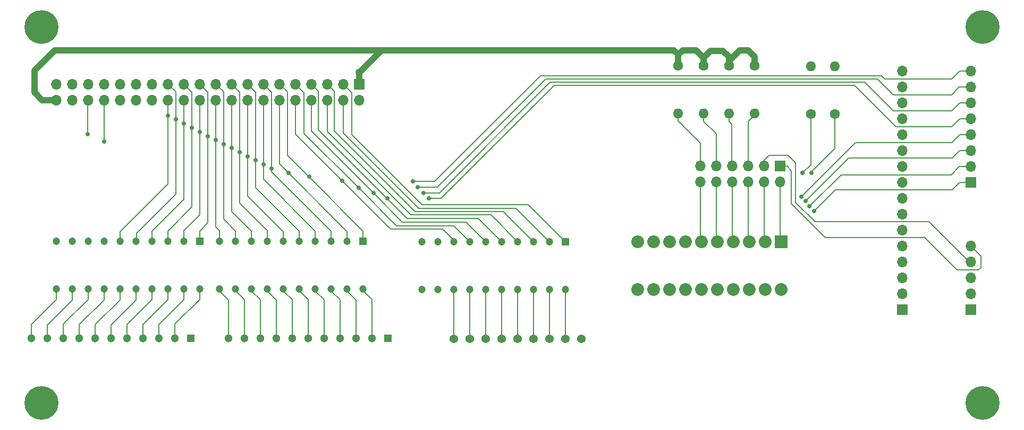
<source format=gbr>
%TF.GenerationSoftware,KiCad,Pcbnew,8.0.6*%
%TF.CreationDate,2024-12-15T17:57:45+01:00*%
%TF.ProjectId,debugboard,64656275-6762-46f6-9172-642e6b696361,rev?*%
%TF.SameCoordinates,Original*%
%TF.FileFunction,Copper,L1,Top*%
%TF.FilePolarity,Positive*%
%FSLAX46Y46*%
G04 Gerber Fmt 4.6, Leading zero omitted, Abs format (unit mm)*
G04 Created by KiCad (PCBNEW 8.0.6) date 2024-12-15 17:57:45*
%MOMM*%
%LPD*%
G01*
G04 APERTURE LIST*
%TA.AperFunction,ComponentPad*%
%ADD10C,3.100000*%
%TD*%
%TA.AperFunction,ConnectorPad*%
%ADD11C,5.400000*%
%TD*%
%TA.AperFunction,ComponentPad*%
%ADD12R,1.303000X1.303000*%
%TD*%
%TA.AperFunction,ComponentPad*%
%ADD13C,1.303000*%
%TD*%
%TA.AperFunction,ComponentPad*%
%ADD14C,1.365000*%
%TD*%
%TA.AperFunction,ComponentPad*%
%ADD15R,1.700000X1.700000*%
%TD*%
%TA.AperFunction,ComponentPad*%
%ADD16O,1.700000X1.700000*%
%TD*%
%TA.AperFunction,ComponentPad*%
%ADD17R,1.200000X1.200000*%
%TD*%
%TA.AperFunction,ComponentPad*%
%ADD18C,1.200000*%
%TD*%
%TA.AperFunction,ComponentPad*%
%ADD19C,1.600000*%
%TD*%
%TA.AperFunction,ComponentPad*%
%ADD20O,1.600000X1.600000*%
%TD*%
%TA.AperFunction,ComponentPad*%
%ADD21R,2.032000X2.032000*%
%TD*%
%TA.AperFunction,ComponentPad*%
%ADD22C,2.032000*%
%TD*%
%TA.AperFunction,ViaPad*%
%ADD23C,0.700000*%
%TD*%
%TA.AperFunction,Conductor*%
%ADD24C,0.200000*%
%TD*%
%TA.AperFunction,Conductor*%
%ADD25C,1.000000*%
%TD*%
G04 APERTURE END LIST*
D10*
%TO.P,hole1,1*%
%TO.N,N/C*%
X193900000Y-41000000D03*
D11*
X193900000Y-41000000D03*
%TD*%
D10*
%TO.P,hole1,1*%
%TO.N,N/C*%
X43900000Y-41000000D03*
D11*
X43900000Y-41000000D03*
%TD*%
D10*
%TO.P,hole1,1*%
%TO.N,N/C*%
X43900000Y-101000000D03*
D11*
X43900000Y-101000000D03*
%TD*%
D10*
%TO.P,hole1,1*%
%TO.N,N/C*%
X193900000Y-101000000D03*
D11*
X193900000Y-101000000D03*
%TD*%
D12*
%TO.P,RN3,1,1*%
%TO.N,GND*%
X67720000Y-90700000D03*
D13*
%TO.P,RN3,2,2*%
%TO.N,Net-(DS3-CATHODE_A)*%
X65180000Y-90700000D03*
%TO.P,RN3,3,3*%
%TO.N,Net-(DS3-CATHODE_B)*%
X62640000Y-90700000D03*
%TO.P,RN3,4,4*%
%TO.N,Net-(DS3-CATHODE_C)*%
X60100000Y-90700000D03*
%TO.P,RN3,5,5*%
%TO.N,Net-(DS3-CATHODE_D)*%
X57560000Y-90700000D03*
%TO.P,RN3,6,6*%
%TO.N,Net-(DS3-CATHODE_E)*%
X55020000Y-90700000D03*
%TO.P,RN3,7,7*%
%TO.N,Net-(DS3-CATHODE_F)*%
X52480000Y-90700000D03*
%TO.P,RN3,8,8*%
%TO.N,Net-(DS3-CATHODE_G)*%
X49940000Y-90700000D03*
%TO.P,RN3,9,9*%
%TO.N,Net-(DS3-CATHODE_H)*%
X47400000Y-90700000D03*
%TO.P,RN3,10,10*%
%TO.N,Net-(DS3-CATHODE_J)*%
X44860000Y-90700000D03*
%TO.P,RN3,11,11*%
%TO.N,Net-(DS3-CATHODE_K)*%
X42320000Y-90700000D03*
%TD*%
D12*
%TO.P,RN2,1,1*%
%TO.N,GND*%
X99100000Y-90700000D03*
D13*
%TO.P,RN2,2,2*%
%TO.N,Net-(DS2-CATHODE_A)*%
X96560000Y-90700000D03*
%TO.P,RN2,3,3*%
%TO.N,Net-(DS2-CATHODE_B)*%
X94020000Y-90700000D03*
%TO.P,RN2,4,4*%
%TO.N,Net-(DS2-CATHODE_C)*%
X91480000Y-90700000D03*
%TO.P,RN2,5,5*%
%TO.N,Net-(DS2-CATHODE_D)*%
X88940000Y-90700000D03*
%TO.P,RN2,6,6*%
%TO.N,Net-(DS2-CATHODE_E)*%
X86400000Y-90700000D03*
%TO.P,RN2,7,7*%
%TO.N,Net-(DS2-CATHODE_F)*%
X83860000Y-90700000D03*
%TO.P,RN2,8,8*%
%TO.N,Net-(DS2-CATHODE_G)*%
X81320000Y-90700000D03*
%TO.P,RN2,9,9*%
%TO.N,Net-(DS2-CATHODE_H)*%
X78780000Y-90700000D03*
%TO.P,RN2,10,10*%
%TO.N,Net-(DS2-CATHODE_J)*%
X76240000Y-90700000D03*
%TO.P,RN2,11,11*%
%TO.N,Net-(DS2-CATHODE_K)*%
X73700000Y-90700000D03*
%TD*%
D14*
%TO.P,RN1,1,1*%
%TO.N,GND*%
X129980000Y-90800000D03*
%TO.P,RN1,2,2*%
%TO.N,Net-(DS1-CATHODE_A)*%
X127440000Y-90800000D03*
%TO.P,RN1,3,3*%
%TO.N,Net-(DS1-CATHODE_B)*%
X124900000Y-90800000D03*
%TO.P,RN1,4,4*%
%TO.N,Net-(DS1-CATHODE_C)*%
X122360000Y-90800000D03*
%TO.P,RN1,5,5*%
%TO.N,Net-(DS1-CATHODE_D)*%
X119820000Y-90800000D03*
%TO.P,RN1,6,6*%
%TO.N,Net-(DS1-CATHODE_E)*%
X117280000Y-90800000D03*
%TO.P,RN1,7,7*%
%TO.N,Net-(DS1-CATHODE_F)*%
X114740000Y-90800000D03*
%TO.P,RN1,8,8*%
%TO.N,Net-(DS1-CATHODE_G)*%
X112200000Y-90800000D03*
%TO.P,RN1,9,9*%
%TO.N,Net-(DS1-CATHODE_H)*%
X109660000Y-90800000D03*
%TD*%
D15*
%TO.P,J4,1,Pin_1*%
%TO.N,GND*%
X192000000Y-86120000D03*
D16*
%TO.P,J4,2,Pin_2*%
%TO.N,BE*%
X192000000Y-83580000D03*
%TO.P,J4,3,Pin_3*%
%TO.N,RDY*%
X192000000Y-81040000D03*
%TO.P,J4,4,Pin_4*%
%TO.N,SYNC*%
X192000000Y-78500000D03*
%TO.P,J4,5,Pin_5*%
%TO.N,CLK*%
X192000000Y-75960000D03*
%TD*%
D17*
%TO.P,DS3,1,ANODE_A*%
%TO.N,/A10*%
X69130000Y-75190000D03*
D18*
%TO.P,DS3,2,ANODE_B*%
%TO.N,/A11*%
X66590000Y-75190000D03*
%TO.P,DS3,3,ANODE_C*%
%TO.N,/A12*%
X64050000Y-75190000D03*
%TO.P,DS3,4,ANODE_D*%
%TO.N,/A13*%
X61510000Y-75190000D03*
%TO.P,DS3,5,ANODE_E*%
%TO.N,/A14*%
X58970000Y-75190000D03*
%TO.P,DS3,6,ANODE_F*%
%TO.N,/A15*%
X56430000Y-75190000D03*
%TO.P,DS3,7,ANODE_G*%
%TO.N,unconnected-(DS3-ANODE_G-Pad7)*%
X53890000Y-75190000D03*
%TO.P,DS3,8,ANODE_H*%
%TO.N,unconnected-(DS3-ANODE_H-Pad8)*%
X51350000Y-75190000D03*
%TO.P,DS3,9,ANODE_J*%
%TO.N,unconnected-(DS3-ANODE_J-Pad9)*%
X48810000Y-75190000D03*
%TO.P,DS3,10,ANODE_K*%
%TO.N,unconnected-(DS3-ANODE_K-Pad10)*%
X46270000Y-75190000D03*
%TO.P,DS3,11,CATHODE_K*%
%TO.N,Net-(DS3-CATHODE_K)*%
X46270000Y-82810000D03*
%TO.P,DS3,12,CATHODE_J*%
%TO.N,Net-(DS3-CATHODE_J)*%
X48810000Y-82810000D03*
%TO.P,DS3,13,CATHODE_H*%
%TO.N,Net-(DS3-CATHODE_H)*%
X51350000Y-82810000D03*
%TO.P,DS3,14,CATHODE_G*%
%TO.N,Net-(DS3-CATHODE_G)*%
X53890000Y-82810000D03*
%TO.P,DS3,15,CATHODE_F*%
%TO.N,Net-(DS3-CATHODE_F)*%
X56430000Y-82810000D03*
%TO.P,DS3,16,CATHODE_E*%
%TO.N,Net-(DS3-CATHODE_E)*%
X58970000Y-82810000D03*
%TO.P,DS3,17,CATHODE_D*%
%TO.N,Net-(DS3-CATHODE_D)*%
X61510000Y-82810000D03*
%TO.P,DS3,18,CATHODE_C*%
%TO.N,Net-(DS3-CATHODE_C)*%
X64050000Y-82810000D03*
%TO.P,DS3,19,CATHODE_B*%
%TO.N,Net-(DS3-CATHODE_B)*%
X66590000Y-82810000D03*
%TO.P,DS3,20,CATHODE_A*%
%TO.N,Net-(DS3-CATHODE_A)*%
X69130000Y-82810000D03*
%TD*%
D17*
%TO.P,DS2,1,ANODE_A*%
%TO.N,/A0*%
X95180000Y-75200000D03*
D18*
%TO.P,DS2,2,ANODE_B*%
%TO.N,/A1*%
X92640000Y-75200000D03*
%TO.P,DS2,3,ANODE_C*%
%TO.N,/A2*%
X90100000Y-75200000D03*
%TO.P,DS2,4,ANODE_D*%
%TO.N,/A3*%
X87560000Y-75200000D03*
%TO.P,DS2,5,ANODE_E*%
%TO.N,/A4*%
X85020000Y-75200000D03*
%TO.P,DS2,6,ANODE_F*%
%TO.N,/A5*%
X82480000Y-75200000D03*
%TO.P,DS2,7,ANODE_G*%
%TO.N,/A6*%
X79940000Y-75200000D03*
%TO.P,DS2,8,ANODE_H*%
%TO.N,/A7*%
X77400000Y-75200000D03*
%TO.P,DS2,9,ANODE_J*%
%TO.N,/A8*%
X74860000Y-75200000D03*
%TO.P,DS2,10,ANODE_K*%
%TO.N,/A9*%
X72320000Y-75200000D03*
%TO.P,DS2,11,CATHODE_K*%
%TO.N,Net-(DS2-CATHODE_K)*%
X72320000Y-82820000D03*
%TO.P,DS2,12,CATHODE_J*%
%TO.N,Net-(DS2-CATHODE_J)*%
X74860000Y-82820000D03*
%TO.P,DS2,13,CATHODE_H*%
%TO.N,Net-(DS2-CATHODE_H)*%
X77400000Y-82820000D03*
%TO.P,DS2,14,CATHODE_G*%
%TO.N,Net-(DS2-CATHODE_G)*%
X79940000Y-82820000D03*
%TO.P,DS2,15,CATHODE_F*%
%TO.N,Net-(DS2-CATHODE_F)*%
X82480000Y-82820000D03*
%TO.P,DS2,16,CATHODE_E*%
%TO.N,Net-(DS2-CATHODE_E)*%
X85020000Y-82820000D03*
%TO.P,DS2,17,CATHODE_D*%
%TO.N,Net-(DS2-CATHODE_D)*%
X87560000Y-82820000D03*
%TO.P,DS2,18,CATHODE_C*%
%TO.N,Net-(DS2-CATHODE_C)*%
X90100000Y-82820000D03*
%TO.P,DS2,19,CATHODE_B*%
%TO.N,Net-(DS2-CATHODE_B)*%
X92640000Y-82820000D03*
%TO.P,DS2,20,CATHODE_A*%
%TO.N,Net-(DS2-CATHODE_A)*%
X95180000Y-82820000D03*
%TD*%
D17*
%TO.P,DS1,1,ANODE_A*%
%TO.N,/D0*%
X127430000Y-75290000D03*
D18*
%TO.P,DS1,2,ANODE_B*%
%TO.N,/D1*%
X124890000Y-75290000D03*
%TO.P,DS1,3,ANODE_C*%
%TO.N,/D2*%
X122350000Y-75290000D03*
%TO.P,DS1,4,ANODE_D*%
%TO.N,/D3*%
X119810000Y-75290000D03*
%TO.P,DS1,5,ANODE_E*%
%TO.N,/D4*%
X117270000Y-75290000D03*
%TO.P,DS1,6,ANODE_F*%
%TO.N,/D5*%
X114730000Y-75290000D03*
%TO.P,DS1,7,ANODE_G*%
%TO.N,/D6*%
X112190000Y-75290000D03*
%TO.P,DS1,8,ANODE_H*%
%TO.N,/D7*%
X109650000Y-75290000D03*
%TO.P,DS1,9,ANODE_J*%
%TO.N,unconnected-(DS1-ANODE_J-Pad9)*%
X107110000Y-75290000D03*
%TO.P,DS1,10,ANODE_K*%
%TO.N,unconnected-(DS1-ANODE_K-Pad10)*%
X104570000Y-75290000D03*
%TO.P,DS1,11,CATHODE_K*%
%TO.N,unconnected-(DS1-CATHODE_K-Pad11)*%
X104570000Y-82910000D03*
%TO.P,DS1,12,CATHODE_J*%
%TO.N,unconnected-(DS1-CATHODE_J-Pad12)*%
X107110000Y-82910000D03*
%TO.P,DS1,13,CATHODE_H*%
%TO.N,Net-(DS1-CATHODE_H)*%
X109650000Y-82910000D03*
%TO.P,DS1,14,CATHODE_G*%
%TO.N,Net-(DS1-CATHODE_G)*%
X112190000Y-82910000D03*
%TO.P,DS1,15,CATHODE_F*%
%TO.N,Net-(DS1-CATHODE_F)*%
X114730000Y-82910000D03*
%TO.P,DS1,16,CATHODE_E*%
%TO.N,Net-(DS1-CATHODE_E)*%
X117270000Y-82910000D03*
%TO.P,DS1,17,CATHODE_D*%
%TO.N,Net-(DS1-CATHODE_D)*%
X119810000Y-82910000D03*
%TO.P,DS1,18,CATHODE_C*%
%TO.N,Net-(DS1-CATHODE_C)*%
X122350000Y-82910000D03*
%TO.P,DS1,19,CATHODE_B*%
%TO.N,Net-(DS1-CATHODE_B)*%
X124890000Y-82910000D03*
%TO.P,DS1,20,CATHODE_A*%
%TO.N,Net-(DS1-CATHODE_A)*%
X127430000Y-82910000D03*
%TD*%
D16*
%TO.P,J5,12,Pin_12*%
%TO.N,Net-(J5-Pin_12)*%
X148897500Y-65722500D03*
%TO.P,J5,11,Pin_11*%
%TO.N,Net-(J5-Pin_11)*%
X148897500Y-63182500D03*
%TO.P,J5,10,Pin_10*%
%TO.N,Net-(J5-Pin_10)*%
X151437500Y-65722500D03*
%TO.P,J5,9,Pin_9*%
%TO.N,Net-(J5-Pin_9)*%
X151437500Y-63182500D03*
%TO.P,J5,8,Pin_8*%
%TO.N,Net-(J5-Pin_8)*%
X153977500Y-65722500D03*
%TO.P,J5,7,Pin_7*%
%TO.N,Net-(J5-Pin_7)*%
X153977500Y-63182500D03*
%TO.P,J5,6,Pin_6*%
%TO.N,Net-(J5-Pin_6)*%
X156517500Y-65722500D03*
%TO.P,J5,5,Pin_5*%
%TO.N,Net-(J5-Pin_5)*%
X156517500Y-63182500D03*
%TO.P,J5,4,Pin_4*%
%TO.N,Net-(J5-Pin_4)*%
X159057500Y-65722500D03*
%TO.P,J5,3,Pin_3*%
%TO.N,SYNC*%
X159057500Y-63182500D03*
%TO.P,J5,2,Pin_2*%
%TO.N,Net-(J5-Pin_2)*%
X161597500Y-65722500D03*
D15*
%TO.P,J5,1,Pin_1*%
%TO.N,CLK*%
X161597500Y-63182500D03*
%TD*%
D19*
%TO.P,R6,1*%
%TO.N,VDD*%
X145367500Y-47172500D03*
D20*
%TO.P,R6,2*%
%TO.N,Net-(J5-Pin_11)*%
X145367500Y-54792500D03*
%TD*%
D19*
%TO.P,R5,1*%
%TO.N,VDD*%
X149417500Y-47172500D03*
D20*
%TO.P,R5,2*%
%TO.N,Net-(J5-Pin_9)*%
X149417500Y-54792500D03*
%TD*%
D19*
%TO.P,R4,1*%
%TO.N,VDD*%
X153467500Y-47172500D03*
D20*
%TO.P,R4,2*%
%TO.N,Net-(J5-Pin_7)*%
X153467500Y-54792500D03*
%TD*%
D19*
%TO.P,R3,1*%
%TO.N,VDD*%
X157517500Y-47172500D03*
D20*
%TO.P,R3,2*%
%TO.N,Net-(J5-Pin_5)*%
X157517500Y-54792500D03*
%TD*%
%TO.P,R2,2*%
%TO.N,GND*%
X166517500Y-47272500D03*
D19*
%TO.P,R2,1*%
%TO.N,Net-(BAR1-K-Pad19)*%
X166517500Y-54892500D03*
%TD*%
D20*
%TO.P,R1,2*%
%TO.N,GND*%
X170317500Y-47272500D03*
D19*
%TO.P,R1,1*%
%TO.N,Net-(BAR1-K-Pad20)*%
X170317500Y-54892500D03*
%TD*%
D21*
%TO.P,BAR1,1,A*%
%TO.N,Net-(J5-Pin_2)*%
X161740000Y-75280000D03*
D22*
%TO.P,BAR1,2,A*%
%TO.N,Net-(J5-Pin_4)*%
X159200000Y-75280000D03*
%TO.P,BAR1,3,A*%
%TO.N,Net-(J5-Pin_6)*%
X156660000Y-75280000D03*
%TO.P,BAR1,4,A*%
%TO.N,Net-(J5-Pin_8)*%
X154120000Y-75280000D03*
%TO.P,BAR1,5,A*%
%TO.N,Net-(J5-Pin_10)*%
X151580000Y-75280000D03*
%TO.P,BAR1,6,A*%
%TO.N,Net-(J5-Pin_12)*%
X149040000Y-75280000D03*
%TO.P,BAR1,7,A*%
%TO.N,unconnected-(BAR1-A-Pad7)*%
X146500000Y-75280000D03*
%TO.P,BAR1,8,A*%
%TO.N,unconnected-(BAR1-A-Pad8)*%
X143960000Y-75280000D03*
%TO.P,BAR1,9,A*%
%TO.N,unconnected-(BAR1-A-Pad9)*%
X141420000Y-75280000D03*
%TO.P,BAR1,10,A*%
%TO.N,unconnected-(BAR1-A-Pad10)*%
X138880000Y-75280000D03*
%TO.P,BAR1,11,K*%
%TO.N,unconnected-(BAR1-K-Pad11)*%
X138880000Y-82900000D03*
%TO.P,BAR1,12,K*%
%TO.N,unconnected-(BAR1-K-Pad12)*%
X141420000Y-82900000D03*
%TO.P,BAR1,13,K*%
%TO.N,unconnected-(BAR1-K-Pad13)*%
X143960000Y-82900000D03*
%TO.P,BAR1,14,K*%
%TO.N,unconnected-(BAR1-K-Pad14)*%
X146500000Y-82900000D03*
%TO.P,BAR1,15,K*%
%TO.N,RESB*%
X149040000Y-82900000D03*
%TO.P,BAR1,16,K*%
%TO.N,BE*%
X151580000Y-82900000D03*
%TO.P,BAR1,17,K*%
%TO.N,~{NMI}*%
X154120000Y-82900000D03*
%TO.P,BAR1,18,K*%
%TO.N,~{IRQ}*%
X156660000Y-82900000D03*
%TO.P,BAR1,19,K*%
%TO.N,Net-(BAR1-K-Pad19)*%
X159200000Y-82900000D03*
%TO.P,BAR1,20,K*%
%TO.N,Net-(BAR1-K-Pad20)*%
X161740000Y-82900000D03*
%TD*%
D16*
%TO.P,J3,8,Pin_8*%
%TO.N,/D7*%
X192000000Y-48040000D03*
%TO.P,J3,7,Pin_7*%
%TO.N,/D6*%
X192000000Y-50580000D03*
%TO.P,J3,6,Pin_6*%
%TO.N,/D5*%
X192000000Y-53120000D03*
%TO.P,J3,5,Pin_5*%
%TO.N,/D4*%
X192000000Y-55660000D03*
%TO.P,J3,4,Pin_4*%
%TO.N,/D3*%
X192000000Y-58200000D03*
%TO.P,J3,3,Pin_3*%
%TO.N,/D2*%
X192000000Y-60740000D03*
%TO.P,J3,2,Pin_2*%
%TO.N,/D1*%
X192000000Y-63280000D03*
D15*
%TO.P,J3,1,Pin_1*%
%TO.N,/D0*%
X192000000Y-65820000D03*
%TD*%
%TO.P,J2,1,Pin_1*%
%TO.N,/A0*%
X181100000Y-86120000D03*
D16*
%TO.P,J2,2,Pin_2*%
%TO.N,/A1*%
X181100000Y-83580000D03*
%TO.P,J2,3,Pin_3*%
%TO.N,/A2*%
X181100000Y-81040000D03*
%TO.P,J2,4,Pin_4*%
%TO.N,/A3*%
X181100000Y-78500000D03*
%TO.P,J2,5,Pin_5*%
%TO.N,/A4*%
X181100000Y-75960000D03*
%TO.P,J2,6,Pin_6*%
%TO.N,/A5*%
X181100000Y-73420000D03*
%TO.P,J2,7,Pin_7*%
%TO.N,/A6*%
X181100000Y-70880000D03*
%TO.P,J2,8,Pin_8*%
%TO.N,/A7*%
X181100000Y-68340000D03*
%TO.P,J2,9,Pin_9*%
%TO.N,/A8*%
X181100000Y-65800000D03*
%TO.P,J2,10,Pin_10*%
%TO.N,/A9*%
X181100000Y-63260000D03*
%TO.P,J2,11,Pin_11*%
%TO.N,/A10*%
X181100000Y-60720000D03*
%TO.P,J2,12,Pin_12*%
%TO.N,/A11*%
X181100000Y-58180000D03*
%TO.P,J2,13,Pin_13*%
%TO.N,/A12*%
X181100000Y-55640000D03*
%TO.P,J2,14,Pin_14*%
%TO.N,/A13*%
X181100000Y-53100000D03*
%TO.P,J2,15,Pin_15*%
%TO.N,/A14*%
X181100000Y-50560000D03*
%TO.P,J2,16,Pin_16*%
%TO.N,/A15*%
X181100000Y-48020000D03*
%TD*%
D15*
%TO.P,J1,1,Pin_1*%
%TO.N,VDD*%
X94540000Y-50100000D03*
D16*
%TO.P,J1,2,Pin_2*%
%TO.N,GND*%
X94540000Y-52640000D03*
%TO.P,J1,3,Pin_3*%
%TO.N,/D0*%
X92000000Y-50100000D03*
%TO.P,J1,4,Pin_4*%
%TO.N,/D1*%
X92000000Y-52640000D03*
%TO.P,J1,5,Pin_5*%
%TO.N,/D2*%
X89460000Y-50100000D03*
%TO.P,J1,6,Pin_6*%
%TO.N,/D3*%
X89460000Y-52640000D03*
%TO.P,J1,7,Pin_7*%
%TO.N,/D4*%
X86920000Y-50100000D03*
%TO.P,J1,8,Pin_8*%
%TO.N,/D5*%
X86920000Y-52640000D03*
%TO.P,J1,9,Pin_9*%
%TO.N,/D6*%
X84380000Y-50100000D03*
%TO.P,J1,10,Pin_10*%
%TO.N,/D7*%
X84380000Y-52640000D03*
%TO.P,J1,11,Pin_11*%
%TO.N,/A0*%
X81840000Y-50100000D03*
%TO.P,J1,12,Pin_12*%
%TO.N,/A1*%
X81840000Y-52640000D03*
%TO.P,J1,13,Pin_13*%
%TO.N,/A2*%
X79300000Y-50100000D03*
%TO.P,J1,14,Pin_14*%
%TO.N,/A3*%
X79300000Y-52640000D03*
%TO.P,J1,15,Pin_15*%
%TO.N,/A4*%
X76760000Y-50100000D03*
%TO.P,J1,16,Pin_16*%
%TO.N,/A5*%
X76760000Y-52640000D03*
%TO.P,J1,17,Pin_17*%
%TO.N,/A6*%
X74220000Y-50100000D03*
%TO.P,J1,18,Pin_18*%
%TO.N,/A7*%
X74220000Y-52640000D03*
%TO.P,J1,19,Pin_19*%
%TO.N,/A8*%
X71680000Y-50100000D03*
%TO.P,J1,20,Pin_20*%
%TO.N,/A9*%
X71680000Y-52640000D03*
%TO.P,J1,21,Pin_21*%
%TO.N,/A10*%
X69140000Y-50100000D03*
%TO.P,J1,22,Pin_22*%
%TO.N,/A11*%
X69140000Y-52640000D03*
%TO.P,J1,23,Pin_23*%
%TO.N,/A12*%
X66600000Y-50100000D03*
%TO.P,J1,24,Pin_24*%
%TO.N,/A13*%
X66600000Y-52640000D03*
%TO.P,J1,25,Pin_25*%
%TO.N,/A14*%
X64060000Y-50100000D03*
%TO.P,J1,26,Pin_26*%
%TO.N,/A15*%
X64060000Y-52640000D03*
%TO.P,J1,27,Pin_27*%
%TO.N,CSIO1*%
X61520000Y-50100000D03*
%TO.P,J1,28,Pin_28*%
%TO.N,CSIO2*%
X61520000Y-52640000D03*
%TO.P,J1,29,Pin_29*%
%TO.N,CSIO3*%
X58980000Y-50100000D03*
%TO.P,J1,30,Pin_30*%
%TO.N,CSIO4*%
X58980000Y-52640000D03*
%TO.P,J1,31,Pin_31*%
%TO.N,~{IRQ}*%
X56440000Y-50100000D03*
%TO.P,J1,32,Pin_32*%
%TO.N,~{NMI}*%
X56440000Y-52640000D03*
%TO.P,J1,33,Pin_33*%
%TO.N,RESB*%
X53900000Y-50100000D03*
%TO.P,J1,34,Pin_34*%
%TO.N,RDY*%
X53900000Y-52640000D03*
%TO.P,J1,35,Pin_35*%
%TO.N,SYNC*%
X51360000Y-50100000D03*
%TO.P,J1,36,Pin_36*%
%TO.N,BE*%
X51360000Y-52640000D03*
%TO.P,J1,37,Pin_37*%
%TO.N,CSIO5*%
X48820000Y-50100000D03*
%TO.P,J1,38,Pin_38*%
%TO.N,CLK*%
X48820000Y-52640000D03*
%TO.P,J1,39,Pin_39*%
%TO.N,GND*%
X46280000Y-50100000D03*
%TO.P,J1,40,Pin_40*%
%TO.N,VDD*%
X46280000Y-52640000D03*
%TD*%
D23*
%TO.N,BE*%
X51300000Y-58100000D03*
%TO.N,RDY*%
X53900000Y-59300000D03*
%TO.N,Net-(BAR1-K-Pad19)*%
X165200000Y-64300000D03*
%TO.N,Net-(BAR1-K-Pad20)*%
X166600000Y-64300000D03*
%TO.N,/D0*%
X167000000Y-70400000D03*
%TO.N,/D1*%
X166300000Y-69600000D03*
%TO.N,/D2*%
X165700000Y-68800000D03*
%TO.N,/D3*%
X165000000Y-68100000D03*
%TO.N,/D4*%
X99000000Y-68300000D03*
X105600000Y-68300000D03*
%TO.N,/D5*%
X96800000Y-67500000D03*
X104800000Y-67500000D03*
%TO.N,/D6*%
X94450000Y-66650000D03*
X103900000Y-66600000D03*
%TO.N,/D7*%
X91850000Y-65550000D03*
X103100000Y-65600000D03*
%TO.N,/A0*%
X86570000Y-64890000D03*
%TO.N,/A1*%
X83260000Y-64240000D03*
%TO.N,/A2*%
X80570000Y-63590000D03*
%TO.N,/A3*%
X79300000Y-62940000D03*
%TO.N,/A4*%
X78040000Y-62280000D03*
%TO.N,/A5*%
X76760000Y-61630000D03*
%TO.N,/A6*%
X75500000Y-60980000D03*
%TO.N,/A7*%
X74220000Y-60330000D03*
%TO.N,/A8*%
X72920000Y-59680000D03*
%TO.N,/A9*%
X71700000Y-59030000D03*
%TO.N,/A10*%
X70430000Y-58390000D03*
%TO.N,/A11*%
X69140000Y-57720000D03*
%TO.N,/A12*%
X67880000Y-57050000D03*
%TO.N,/A15*%
X64060000Y-55100000D03*
%TO.N,/A13*%
X66600000Y-56380000D03*
%TO.N,/A14*%
X65310000Y-55750000D03*
%TD*%
D24*
%TO.N,BE*%
X51300000Y-52700000D02*
X51360000Y-52640000D01*
X51300000Y-58100000D02*
X51300000Y-52700000D01*
%TO.N,RDY*%
X53900000Y-59300000D02*
X53900000Y-52640000D01*
%TO.N,CLK*%
X162682500Y-63182500D02*
X161597500Y-63182500D01*
X163400000Y-63900000D02*
X162682500Y-63182500D01*
X168800000Y-74600000D02*
X163400000Y-69200000D01*
X163400000Y-69200000D02*
X163400000Y-63900000D01*
X184600000Y-74600000D02*
X168800000Y-74600000D01*
X193200000Y-79800000D02*
X189800000Y-79800000D01*
X189800000Y-79800000D02*
X184600000Y-74600000D01*
X193600000Y-79400000D02*
X193200000Y-79800000D01*
X193600000Y-77560000D02*
X193600000Y-79400000D01*
X192000000Y-75960000D02*
X193600000Y-77560000D01*
%TO.N,SYNC*%
X164100000Y-69000000D02*
X164100000Y-62700000D01*
X167200000Y-72100000D02*
X164100000Y-69000000D01*
X162900000Y-61500000D02*
X159800000Y-61500000D01*
X159057500Y-62242500D02*
X159057500Y-63182500D01*
X185300000Y-72100000D02*
X167200000Y-72100000D01*
X164100000Y-62700000D02*
X162900000Y-61500000D01*
X159800000Y-61500000D02*
X159057500Y-62242500D01*
X191900000Y-78700000D02*
X185300000Y-72100000D01*
%TO.N,Net-(BAR1-K-Pad20)*%
X170317500Y-60382500D02*
X170317500Y-54892500D01*
X166600000Y-64100000D02*
X170317500Y-60382500D01*
X166600000Y-64300000D02*
X166600000Y-64100000D01*
%TO.N,Net-(BAR1-K-Pad19)*%
X166517500Y-62982500D02*
X166517500Y-54892500D01*
X165200000Y-64300000D02*
X166517500Y-62982500D01*
D25*
%TO.N,VDD*%
X46000000Y-44700000D02*
X42800000Y-47900000D01*
X98100000Y-44700000D02*
X46000000Y-44700000D01*
X148235000Y-44700000D02*
X149417500Y-45882500D01*
X146100000Y-44700000D02*
X148235000Y-44700000D01*
X145367500Y-45432500D02*
X146100000Y-44700000D01*
X152500000Y-44800000D02*
X153467500Y-45767500D01*
X150500000Y-44800000D02*
X152500000Y-44800000D01*
X149417500Y-45882500D02*
X150500000Y-44800000D01*
X153467500Y-45767500D02*
X153467500Y-47172500D01*
X149417500Y-47172500D02*
X149417500Y-45882500D01*
X155200000Y-44700000D02*
X153467500Y-46432500D01*
X153467500Y-46432500D02*
X153467500Y-47172500D01*
X157517500Y-45717500D02*
X156500000Y-44700000D01*
X156500000Y-44700000D02*
X155200000Y-44700000D01*
X157517500Y-47172500D02*
X157517500Y-45717500D01*
X145400000Y-45400000D02*
X145367500Y-45432500D01*
X98100000Y-44700000D02*
X144700000Y-44700000D01*
X94600000Y-48200000D02*
X98100000Y-44700000D01*
X144700000Y-44700000D02*
X145400000Y-45400000D01*
X94500000Y-48200000D02*
X94600000Y-48200000D01*
X94540000Y-48240000D02*
X94500000Y-48200000D01*
X94540000Y-50100000D02*
X94540000Y-48240000D01*
X145367500Y-45432500D02*
X145367500Y-47172500D01*
X42800000Y-47900000D02*
X42800000Y-51400000D01*
X46280000Y-52640000D02*
X44040000Y-52640000D01*
X44040000Y-52640000D02*
X42800000Y-51400000D01*
D24*
%TO.N,/D4*%
X113510000Y-71530000D02*
X117270000Y-75290000D01*
X102182500Y-71530000D02*
X113510000Y-71530000D01*
X88070000Y-57417500D02*
X102182500Y-71530000D01*
X86920000Y-50100000D02*
X88070000Y-51250000D01*
X88070000Y-51250000D02*
X88070000Y-57417500D01*
%TO.N,/D5*%
X86920000Y-57620000D02*
X86920000Y-52640000D01*
X96800000Y-67500000D02*
X86920000Y-57620000D01*
X101410000Y-72110000D02*
X111550000Y-72110000D01*
X111550000Y-72110000D02*
X114730000Y-75290000D01*
X96800000Y-67500000D02*
X101410000Y-72110000D01*
%TO.N,/D6*%
X94450000Y-66650000D02*
X100510000Y-72710000D01*
X85770000Y-51490000D02*
X84380000Y-50100000D01*
X100510000Y-72710000D02*
X109610000Y-72710000D01*
X85770000Y-57970000D02*
X85770000Y-51490000D01*
X94450000Y-66650000D02*
X85770000Y-57970000D01*
X109610000Y-72710000D02*
X112190000Y-75290000D01*
X190170000Y-50580000D02*
X192000000Y-50580000D01*
X188920000Y-51830000D02*
X190170000Y-50580000D01*
X179630000Y-51830000D02*
X188920000Y-51830000D01*
X177100000Y-49300000D02*
X179630000Y-51830000D01*
X124300000Y-49300000D02*
X177100000Y-49300000D01*
X103900000Y-66600000D02*
X107000000Y-66600000D01*
X107000000Y-66600000D02*
X124300000Y-49300000D01*
%TO.N,/D7*%
X107850000Y-73250000D02*
X99550000Y-73250000D01*
X84380000Y-58080000D02*
X84380000Y-52640000D01*
X109650000Y-75050000D02*
X107850000Y-73250000D01*
X109650000Y-75290000D02*
X109650000Y-75050000D01*
X99550000Y-73250000D02*
X84380000Y-58080000D01*
%TO.N,/D3*%
X115510000Y-70990000D02*
X119810000Y-75290000D01*
X102790000Y-70990000D02*
X115510000Y-70990000D01*
X89460000Y-57660000D02*
X102790000Y-70990000D01*
X89460000Y-52640000D02*
X89460000Y-57660000D01*
%TO.N,/D2*%
X117510000Y-70450000D02*
X122350000Y-75290000D01*
X90610000Y-51250000D02*
X90610000Y-57610000D01*
X89460000Y-50100000D02*
X90610000Y-51250000D01*
X90610000Y-57610000D02*
X103450000Y-70450000D01*
X103450000Y-70450000D02*
X117510000Y-70450000D01*
%TO.N,/D1*%
X104020000Y-69920000D02*
X119520000Y-69920000D01*
X92000000Y-57900000D02*
X104020000Y-69920000D01*
X92000000Y-52640000D02*
X92000000Y-57900000D01*
X119520000Y-69920000D02*
X124890000Y-75290000D01*
%TO.N,/D0*%
X93390000Y-58190000D02*
X104520000Y-69320000D01*
X121460000Y-69320000D02*
X127430000Y-75290000D01*
X93390000Y-51490000D02*
X93390000Y-58190000D01*
X104520000Y-69320000D02*
X121460000Y-69320000D01*
X92000000Y-50100000D02*
X93390000Y-51490000D01*
%TO.N,/D4*%
X188960000Y-56940000D02*
X190240000Y-55660000D01*
X190240000Y-55660000D02*
X192000000Y-55660000D01*
X180090000Y-56940000D02*
X188960000Y-56940000D01*
X125590000Y-50310000D02*
X173460000Y-50310000D01*
X105600000Y-68300000D02*
X107600000Y-68300000D01*
X173460000Y-50310000D02*
X180090000Y-56940000D01*
X107600000Y-68300000D02*
X125590000Y-50310000D01*
%TO.N,/D5*%
X190210000Y-53120000D02*
X192000000Y-53120000D01*
X188950000Y-54380000D02*
X190210000Y-53120000D01*
X179610000Y-54380000D02*
X188950000Y-54380000D01*
X175050000Y-49820000D02*
X179610000Y-54380000D01*
X124980000Y-49820000D02*
X175050000Y-49820000D01*
X107300000Y-67500000D02*
X124980000Y-49820000D01*
X104800000Y-67500000D02*
X107300000Y-67500000D01*
%TO.N,/D7*%
X190240000Y-48040000D02*
X192000000Y-48040000D01*
X178290000Y-49310000D02*
X188970000Y-49310000D01*
X177780000Y-48800000D02*
X178290000Y-49310000D01*
X123400000Y-48800000D02*
X177780000Y-48800000D01*
X106600000Y-65600000D02*
X123400000Y-48800000D01*
X188970000Y-49310000D02*
X190240000Y-48040000D01*
X103100000Y-65600000D02*
X106600000Y-65600000D01*
%TO.N,/A0*%
X95180000Y-73580000D02*
X95180000Y-75200000D01*
X86570000Y-64970000D02*
X95180000Y-73580000D01*
X83100000Y-51360000D02*
X81840000Y-50100000D01*
X86570000Y-64890000D02*
X86570000Y-64970000D01*
X83100000Y-61500000D02*
X83100000Y-51360000D01*
X86490000Y-64890000D02*
X83100000Y-61500000D01*
X86570000Y-64890000D02*
X86490000Y-64890000D01*
%TO.N,/A2*%
X90100000Y-73600000D02*
X90100000Y-75200000D01*
X80570000Y-64070000D02*
X90100000Y-73600000D01*
X80570000Y-63590000D02*
X80570000Y-64070000D01*
X80570000Y-51370000D02*
X79300000Y-50100000D01*
X80570000Y-63590000D02*
X80570000Y-51370000D01*
%TO.N,/A3*%
X87560000Y-73560000D02*
X87560000Y-75200000D01*
X79300000Y-65300000D02*
X87560000Y-73560000D01*
X79300000Y-62940000D02*
X79300000Y-65300000D01*
X79300000Y-62940000D02*
X79300000Y-52640000D01*
%TO.N,/A4*%
X85020000Y-73620000D02*
X85020000Y-75200000D01*
X78040000Y-66640000D02*
X85020000Y-73620000D01*
X78040000Y-62280000D02*
X78040000Y-66640000D01*
X78040000Y-51380000D02*
X76760000Y-50100000D01*
X78040000Y-62280000D02*
X78040000Y-51380000D01*
%TO.N,/A6*%
X79940000Y-73540000D02*
X79940000Y-75200000D01*
X75500000Y-69100000D02*
X79940000Y-73540000D01*
X75500000Y-60980000D02*
X75500000Y-69100000D01*
X75500000Y-60980000D02*
X75500000Y-51380000D01*
X75500000Y-51380000D02*
X74220000Y-50100000D01*
%TO.N,/A7*%
X77400000Y-73600000D02*
X77400000Y-75200000D01*
X74220000Y-70420000D02*
X77400000Y-73600000D01*
X74220000Y-60330000D02*
X74220000Y-70420000D01*
X74220000Y-60330000D02*
X74220000Y-52640000D01*
%TO.N,/A8*%
X72920000Y-51340000D02*
X71680000Y-50100000D01*
X72920000Y-59680000D02*
X72920000Y-51340000D01*
X74860000Y-73560000D02*
X74860000Y-75200000D01*
X72920000Y-71620000D02*
X74860000Y-73560000D01*
X72920000Y-59680000D02*
X72920000Y-71620000D01*
%TO.N,/A9*%
X71700000Y-72900000D02*
X72320000Y-73520000D01*
X71700000Y-59030000D02*
X71700000Y-72900000D01*
X71700000Y-52660000D02*
X71680000Y-52640000D01*
X71700000Y-59030000D02*
X71700000Y-52660000D01*
X72320000Y-73520000D02*
X72320000Y-75200000D01*
%TO.N,/A10*%
X69130000Y-73570000D02*
X69130000Y-75190000D01*
X70430000Y-72270000D02*
X69130000Y-73570000D01*
X70430000Y-51390000D02*
X69140000Y-50100000D01*
X70430000Y-58390000D02*
X70430000Y-72270000D01*
X70430000Y-58390000D02*
X70430000Y-51390000D01*
%TO.N,/A11*%
X66590000Y-73510000D02*
X66590000Y-75190000D01*
X69140000Y-70960000D02*
X66590000Y-73510000D01*
X69140000Y-57720000D02*
X69140000Y-70960000D01*
X69140000Y-57720000D02*
X69140000Y-52640000D01*
%TO.N,/A12*%
X64050000Y-73550000D02*
X64050000Y-75190000D01*
X67880000Y-69720000D02*
X64050000Y-73550000D01*
X67880000Y-57050000D02*
X67880000Y-69720000D01*
X67880000Y-57050000D02*
X67880000Y-51380000D01*
X67880000Y-51380000D02*
X66600000Y-50100000D01*
%TO.N,/A13*%
X66600000Y-56380000D02*
X66600000Y-52640000D01*
X66600000Y-56380000D02*
X66600000Y-68500000D01*
X66600000Y-68500000D02*
X61510000Y-73590000D01*
X61510000Y-73590000D02*
X61510000Y-75190000D01*
%TO.N,/A14*%
X59100000Y-75060000D02*
X58970000Y-75190000D01*
X59100000Y-73900000D02*
X59100000Y-75060000D01*
X65310000Y-67690000D02*
X59100000Y-73900000D01*
X65310000Y-51350000D02*
X64060000Y-50100000D01*
X65310000Y-55750000D02*
X65310000Y-51350000D01*
X65310000Y-55750000D02*
X65310000Y-67690000D01*
%TO.N,/A15*%
X56430000Y-73670000D02*
X56430000Y-75190000D01*
X64060000Y-66040000D02*
X56430000Y-73670000D01*
X64060000Y-55100000D02*
X64060000Y-66040000D01*
X64060000Y-55100000D02*
X64060000Y-52640000D01*
%TO.N,/D3*%
X173640000Y-59460000D02*
X165000000Y-68100000D01*
X188960000Y-59460000D02*
X173640000Y-59460000D01*
X190220000Y-58200000D02*
X188960000Y-59460000D01*
X192000000Y-58200000D02*
X190220000Y-58200000D01*
%TO.N,/D2*%
X172530000Y-61940000D02*
X165700000Y-68770000D01*
X192000000Y-60740000D02*
X190220000Y-60740000D01*
X190220000Y-60740000D02*
X189020000Y-61940000D01*
X189020000Y-61940000D02*
X172530000Y-61940000D01*
X165700000Y-68770000D02*
X165700000Y-68800000D01*
%TO.N,/D1*%
X171330000Y-64570000D02*
X166300000Y-69600000D01*
X190160000Y-63280000D02*
X188870000Y-64570000D01*
X188870000Y-64570000D02*
X171330000Y-64570000D01*
X192000000Y-63280000D02*
X190160000Y-63280000D01*
%TO.N,/D0*%
X170400000Y-67000000D02*
X167000000Y-70400000D01*
X189070000Y-67000000D02*
X170400000Y-67000000D01*
X190250000Y-65820000D02*
X189070000Y-67000000D01*
X192000000Y-65820000D02*
X190250000Y-65820000D01*
%TO.N,Net-(J5-Pin_5)*%
X157517500Y-55082500D02*
X157517500Y-54792500D01*
X156517500Y-56082500D02*
X157517500Y-55082500D01*
X156517500Y-63182500D02*
X156517500Y-56082500D01*
%TO.N,Net-(J5-Pin_7)*%
X153467500Y-56067500D02*
X153467500Y-54792500D01*
X153900000Y-63105000D02*
X153900000Y-56500000D01*
X153977500Y-63182500D02*
X153900000Y-63105000D01*
X153900000Y-56500000D02*
X153467500Y-56067500D01*
%TO.N,Net-(J5-Pin_9)*%
X151437500Y-58037500D02*
X149417500Y-56017500D01*
X151437500Y-63182500D02*
X151437500Y-58037500D01*
X149417500Y-56017500D02*
X149417500Y-54792500D01*
%TO.N,Net-(J5-Pin_11)*%
X145367500Y-55967500D02*
X145367500Y-54792500D01*
X148897500Y-59497500D02*
X145367500Y-55967500D01*
X148897500Y-63182500D02*
X148897500Y-59497500D01*
X145367500Y-55527500D02*
X145367500Y-54792500D01*
%TO.N,Net-(J5-Pin_2)*%
X161597500Y-65722500D02*
X161597500Y-75137500D01*
X161597500Y-75137500D02*
X161740000Y-75280000D01*
%TO.N,Net-(J5-Pin_4)*%
X159057500Y-75137500D02*
X159200000Y-75280000D01*
X159057500Y-65722500D02*
X159057500Y-75137500D01*
%TO.N,Net-(J5-Pin_6)*%
X156517500Y-75137500D02*
X156660000Y-75280000D01*
X156517500Y-65722500D02*
X156517500Y-75137500D01*
%TO.N,Net-(J5-Pin_8)*%
X153977500Y-75137500D02*
X154120000Y-75280000D01*
X153977500Y-65722500D02*
X153977500Y-75137500D01*
%TO.N,Net-(J5-Pin_10)*%
X151437500Y-75137500D02*
X151580000Y-75280000D01*
X151437500Y-65722500D02*
X151437500Y-75137500D01*
%TO.N,Net-(J5-Pin_12)*%
X148897500Y-75137500D02*
X149040000Y-75280000D01*
X148897500Y-65722500D02*
X148897500Y-75137500D01*
%TO.N,Net-(DS1-CATHODE_A)*%
X127440000Y-82920000D02*
X127430000Y-82910000D01*
X127440000Y-90800000D02*
X127440000Y-82920000D01*
%TO.N,Net-(DS1-CATHODE_B)*%
X124900000Y-82920000D02*
X124890000Y-82910000D01*
X124900000Y-90800000D02*
X124900000Y-82920000D01*
%TO.N,Net-(DS1-CATHODE_C)*%
X122360000Y-82920000D02*
X122350000Y-82910000D01*
X122360000Y-90800000D02*
X122360000Y-82920000D01*
%TO.N,Net-(DS1-CATHODE_D)*%
X119820000Y-82920000D02*
X119810000Y-82910000D01*
X119820000Y-90800000D02*
X119820000Y-82920000D01*
%TO.N,Net-(DS1-CATHODE_E)*%
X117280000Y-82920000D02*
X117270000Y-82910000D01*
X117280000Y-90800000D02*
X117280000Y-82920000D01*
%TO.N,Net-(DS1-CATHODE_F)*%
X114740000Y-82920000D02*
X114730000Y-82910000D01*
X114740000Y-90800000D02*
X114740000Y-82920000D01*
%TO.N,Net-(DS1-CATHODE_G)*%
X112200000Y-82920000D02*
X112190000Y-82910000D01*
X112200000Y-90800000D02*
X112200000Y-82920000D01*
%TO.N,Net-(DS1-CATHODE_H)*%
X109660000Y-82920000D02*
X109650000Y-82910000D01*
X109660000Y-90800000D02*
X109660000Y-82920000D01*
%TO.N,Net-(DS2-CATHODE_A)*%
X96560000Y-84480000D02*
X95180000Y-83100000D01*
X96560000Y-90700000D02*
X96560000Y-84480000D01*
X95180000Y-83100000D02*
X95180000Y-82820000D01*
%TO.N,Net-(DS2-CATHODE_B)*%
X92640000Y-83190000D02*
X92640000Y-82820000D01*
X94020000Y-84570000D02*
X92640000Y-83190000D01*
X94020000Y-90700000D02*
X94020000Y-84570000D01*
%TO.N,Net-(DS2-CATHODE_C)*%
X90100000Y-83130000D02*
X90100000Y-82820000D01*
X91480000Y-84510000D02*
X90100000Y-83130000D01*
X91480000Y-90700000D02*
X91480000Y-84510000D01*
%TO.N,Net-(DS2-CATHODE_D)*%
X87560000Y-83150000D02*
X87560000Y-82820000D01*
X88940000Y-84530000D02*
X87560000Y-83150000D01*
X88940000Y-90700000D02*
X88940000Y-84530000D01*
%TO.N,Net-(DS2-CATHODE_E)*%
X85020000Y-83090000D02*
X85020000Y-82820000D01*
X86400000Y-84470000D02*
X85020000Y-83090000D01*
X86400000Y-90700000D02*
X86400000Y-84470000D01*
%TO.N,Net-(DS2-CATHODE_F)*%
X82480000Y-83130000D02*
X82480000Y-82820000D01*
X83860000Y-84510000D02*
X82480000Y-83130000D01*
X83860000Y-90700000D02*
X83860000Y-84510000D01*
%TO.N,Net-(DS2-CATHODE_G)*%
X79940000Y-83170000D02*
X79940000Y-82820000D01*
X81320000Y-90700000D02*
X81320000Y-84550000D01*
X81320000Y-84550000D02*
X79940000Y-83170000D01*
%TO.N,Net-(DS2-CATHODE_H)*%
X78780000Y-84520000D02*
X77400000Y-83140000D01*
X78780000Y-90700000D02*
X78780000Y-84520000D01*
X77400000Y-83140000D02*
X77400000Y-82820000D01*
%TO.N,Net-(DS2-CATHODE_J)*%
X76240000Y-84480000D02*
X74860000Y-83100000D01*
X74860000Y-83100000D02*
X74860000Y-82820000D01*
X76240000Y-90700000D02*
X76240000Y-84480000D01*
%TO.N,Net-(DS2-CATHODE_K)*%
X73690000Y-87840000D02*
X73690000Y-84560000D01*
X72320000Y-83190000D02*
X72320000Y-82820000D01*
X73700000Y-87850000D02*
X73690000Y-87840000D01*
X73690000Y-84560000D02*
X72320000Y-83190000D01*
X73700000Y-90700000D02*
X73700000Y-87850000D01*
%TO.N,Net-(DS3-CATHODE_A)*%
X69130000Y-84480000D02*
X69130000Y-82810000D01*
X65180000Y-88430000D02*
X69130000Y-84480000D01*
X65180000Y-90700000D02*
X65180000Y-88430000D01*
%TO.N,Net-(DS3-CATHODE_B)*%
X62640000Y-88490000D02*
X66590000Y-84540000D01*
X66590000Y-84540000D02*
X66590000Y-82810000D01*
X62640000Y-90700000D02*
X62640000Y-88490000D01*
%TO.N,Net-(DS3-CATHODE_C)*%
X64050000Y-84540000D02*
X64050000Y-82810000D01*
X60100000Y-88490000D02*
X64050000Y-84540000D01*
X60100000Y-90700000D02*
X60100000Y-88490000D01*
%TO.N,Net-(DS3-CATHODE_D)*%
X61510000Y-84510000D02*
X61510000Y-82810000D01*
X57560000Y-88460000D02*
X61510000Y-84510000D01*
X57560000Y-90700000D02*
X57560000Y-88460000D01*
%TO.N,Net-(DS3-CATHODE_E)*%
X58970000Y-84600000D02*
X58970000Y-82810000D01*
X55020000Y-90700000D02*
X55020000Y-88550000D01*
X55020000Y-88550000D02*
X58970000Y-84600000D01*
%TO.N,Net-(DS3-CATHODE_F)*%
X56430000Y-84550000D02*
X56430000Y-82810000D01*
X52480000Y-88500000D02*
X56430000Y-84550000D01*
X52480000Y-90700000D02*
X52480000Y-88500000D01*
%TO.N,Net-(DS3-CATHODE_G)*%
X53890000Y-84550000D02*
X53890000Y-82810000D01*
X49940000Y-88500000D02*
X53890000Y-84550000D01*
X49940000Y-90700000D02*
X49940000Y-88500000D01*
%TO.N,Net-(DS3-CATHODE_H)*%
X51350000Y-84480000D02*
X51350000Y-82810000D01*
X47400000Y-88430000D02*
X51350000Y-84480000D01*
X47400000Y-90700000D02*
X47400000Y-88430000D01*
%TO.N,Net-(DS3-CATHODE_J)*%
X48810000Y-84590000D02*
X48810000Y-82810000D01*
X44860000Y-90700000D02*
X44860000Y-88540000D01*
X44860000Y-88540000D02*
X48810000Y-84590000D01*
%TO.N,Net-(DS3-CATHODE_K)*%
X42320000Y-88490000D02*
X46270000Y-84540000D01*
X46270000Y-84540000D02*
X46270000Y-82810000D01*
X42320000Y-90700000D02*
X42320000Y-88490000D01*
%TO.N,/A1*%
X81840000Y-62840000D02*
X81840000Y-52640000D01*
X92640000Y-73640000D02*
X81840000Y-62840000D01*
X92640000Y-75200000D02*
X92640000Y-73640000D01*
%TO.N,/A5*%
X76760000Y-67960000D02*
X76760000Y-52640000D01*
X82480000Y-73680000D02*
X76760000Y-67960000D01*
X82480000Y-75200000D02*
X82480000Y-73680000D01*
%TD*%
M02*

</source>
